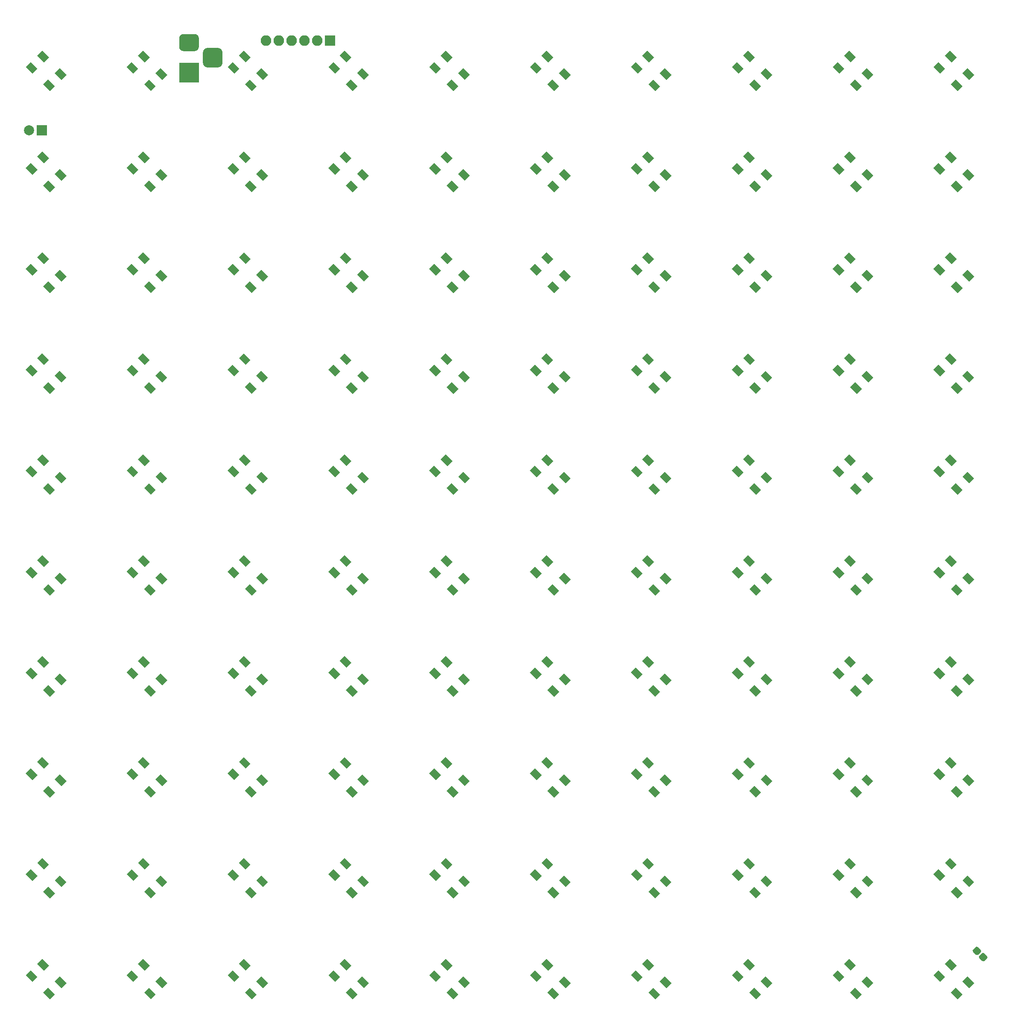
<source format=gbr>
G04 #@! TF.GenerationSoftware,KiCad,Pcbnew,5.1.6-1*
G04 #@! TF.CreationDate,2020-06-10T06:00:46+02:00*
G04 #@! TF.ProjectId,pentasquare,70656e74-6173-4717-9561-72652e6b6963,rev?*
G04 #@! TF.SameCoordinates,Original*
G04 #@! TF.FileFunction,Soldermask,Top*
G04 #@! TF.FilePolarity,Negative*
%FSLAX46Y46*%
G04 Gerber Fmt 4.6, Leading zero omitted, Abs format (unit mm)*
G04 Created by KiCad (PCBNEW 5.1.6-1) date 2020-06-10 06:00:46*
%MOMM*%
%LPD*%
G01*
G04 APERTURE LIST*
%ADD10R,3.900000X3.900000*%
%ADD11R,2.000000X2.000000*%
%ADD12C,2.000000*%
%ADD13R,2.100000X2.100000*%
%ADD14O,2.100000X2.100000*%
%ADD15C,0.100000*%
G04 APERTURE END LIST*
G36*
G01*
X208831263Y-199148560D02*
X209308560Y-198671263D01*
G75*
G02*
X209785858Y-198671263I238649J-238649D01*
G01*
X210333865Y-199219270D01*
G75*
G02*
X210333865Y-199696568I-238649J-238649D01*
G01*
X209856568Y-200173865D01*
G75*
G02*
X209379270Y-200173865I-238649J238649D01*
G01*
X208831263Y-199625858D01*
G75*
G02*
X208831263Y-199148560I238649J238649D01*
G01*
G37*
G36*
G01*
X210068699Y-200385996D02*
X210545996Y-199908699D01*
G75*
G02*
X211023294Y-199908699I238649J-238649D01*
G01*
X211571301Y-200456706D01*
G75*
G02*
X211571301Y-200934004I-238649J-238649D01*
G01*
X211094004Y-201411301D01*
G75*
G02*
X210616706Y-201411301I-238649J238649D01*
G01*
X210068699Y-200863294D01*
G75*
G02*
X210068699Y-200385996I238649J238649D01*
G01*
G37*
D10*
X53340000Y-25400000D03*
G36*
G01*
X52240000Y-17700000D02*
X54440000Y-17700000D01*
G75*
G02*
X55290000Y-18550000I0J-850000D01*
G01*
X55290000Y-20250000D01*
G75*
G02*
X54440000Y-21100000I-850000J0D01*
G01*
X52240000Y-21100000D01*
G75*
G02*
X51390000Y-20250000I0J850000D01*
G01*
X51390000Y-18550000D01*
G75*
G02*
X52240000Y-17700000I850000J0D01*
G01*
G37*
G36*
G01*
X57065000Y-20450000D02*
X59015000Y-20450000D01*
G75*
G02*
X59990000Y-21425000I0J-975000D01*
G01*
X59990000Y-23375000D01*
G75*
G02*
X59015000Y-24350000I-975000J0D01*
G01*
X57065000Y-24350000D01*
G75*
G02*
X56090000Y-23375000I0J975000D01*
G01*
X56090000Y-21425000D01*
G75*
G02*
X57065000Y-20450000I975000J0D01*
G01*
G37*
D11*
X24130000Y-36830000D03*
D12*
X21630000Y-36830000D03*
D13*
X81280000Y-19050000D03*
D14*
X78740000Y-19050000D03*
X76200000Y-19050000D03*
X73660000Y-19050000D03*
X71120000Y-19050000D03*
X68580000Y-19050000D03*
D15*
G36*
X206767767Y-208040559D02*
G01*
X205777818Y-209030508D01*
X204434315Y-207687005D01*
X205424264Y-206697056D01*
X206767767Y-208040559D01*
G37*
G36*
X209030508Y-205777818D02*
G01*
X208040559Y-206767767D01*
X206697056Y-205424264D01*
X207687005Y-204434315D01*
X209030508Y-205777818D01*
G37*
G36*
X203302944Y-204575736D02*
G01*
X202312995Y-205565685D01*
X200969492Y-204222182D01*
X201959441Y-203232233D01*
X203302944Y-204575736D01*
G37*
G36*
X205565685Y-202312995D02*
G01*
X204575736Y-203302944D01*
X203232233Y-201959441D01*
X204222182Y-200969492D01*
X205565685Y-202312995D01*
G37*
G36*
X185565685Y-202312995D02*
G01*
X184575736Y-203302944D01*
X183232233Y-201959441D01*
X184222182Y-200969492D01*
X185565685Y-202312995D01*
G37*
G36*
X183302944Y-204575736D02*
G01*
X182312995Y-205565685D01*
X180969492Y-204222182D01*
X181959441Y-203232233D01*
X183302944Y-204575736D01*
G37*
G36*
X189030508Y-205777818D02*
G01*
X188040559Y-206767767D01*
X186697056Y-205424264D01*
X187687005Y-204434315D01*
X189030508Y-205777818D01*
G37*
G36*
X186767767Y-208040559D02*
G01*
X185777818Y-209030508D01*
X184434315Y-207687005D01*
X185424264Y-206697056D01*
X186767767Y-208040559D01*
G37*
G36*
X166767767Y-208040559D02*
G01*
X165777818Y-209030508D01*
X164434315Y-207687005D01*
X165424264Y-206697056D01*
X166767767Y-208040559D01*
G37*
G36*
X169030508Y-205777818D02*
G01*
X168040559Y-206767767D01*
X166697056Y-205424264D01*
X167687005Y-204434315D01*
X169030508Y-205777818D01*
G37*
G36*
X163302944Y-204575736D02*
G01*
X162312995Y-205565685D01*
X160969492Y-204222182D01*
X161959441Y-203232233D01*
X163302944Y-204575736D01*
G37*
G36*
X165565685Y-202312995D02*
G01*
X164575736Y-203302944D01*
X163232233Y-201959441D01*
X164222182Y-200969492D01*
X165565685Y-202312995D01*
G37*
G36*
X145565685Y-202312995D02*
G01*
X144575736Y-203302944D01*
X143232233Y-201959441D01*
X144222182Y-200969492D01*
X145565685Y-202312995D01*
G37*
G36*
X143302944Y-204575736D02*
G01*
X142312995Y-205565685D01*
X140969492Y-204222182D01*
X141959441Y-203232233D01*
X143302944Y-204575736D01*
G37*
G36*
X149030508Y-205777818D02*
G01*
X148040559Y-206767767D01*
X146697056Y-205424264D01*
X147687005Y-204434315D01*
X149030508Y-205777818D01*
G37*
G36*
X146767767Y-208040559D02*
G01*
X145777818Y-209030508D01*
X144434315Y-207687005D01*
X145424264Y-206697056D01*
X146767767Y-208040559D01*
G37*
G36*
X126767767Y-208040559D02*
G01*
X125777818Y-209030508D01*
X124434315Y-207687005D01*
X125424264Y-206697056D01*
X126767767Y-208040559D01*
G37*
G36*
X129030508Y-205777818D02*
G01*
X128040559Y-206767767D01*
X126697056Y-205424264D01*
X127687005Y-204434315D01*
X129030508Y-205777818D01*
G37*
G36*
X123302944Y-204575736D02*
G01*
X122312995Y-205565685D01*
X120969492Y-204222182D01*
X121959441Y-203232233D01*
X123302944Y-204575736D01*
G37*
G36*
X125565685Y-202312995D02*
G01*
X124575736Y-203302944D01*
X123232233Y-201959441D01*
X124222182Y-200969492D01*
X125565685Y-202312995D01*
G37*
G36*
X105565685Y-202312995D02*
G01*
X104575736Y-203302944D01*
X103232233Y-201959441D01*
X104222182Y-200969492D01*
X105565685Y-202312995D01*
G37*
G36*
X103302944Y-204575736D02*
G01*
X102312995Y-205565685D01*
X100969492Y-204222182D01*
X101959441Y-203232233D01*
X103302944Y-204575736D01*
G37*
G36*
X109030508Y-205777818D02*
G01*
X108040559Y-206767767D01*
X106697056Y-205424264D01*
X107687005Y-204434315D01*
X109030508Y-205777818D01*
G37*
G36*
X106767767Y-208040559D02*
G01*
X105777818Y-209030508D01*
X104434315Y-207687005D01*
X105424264Y-206697056D01*
X106767767Y-208040559D01*
G37*
G36*
X86767767Y-208040559D02*
G01*
X85777818Y-209030508D01*
X84434315Y-207687005D01*
X85424264Y-206697056D01*
X86767767Y-208040559D01*
G37*
G36*
X89030508Y-205777818D02*
G01*
X88040559Y-206767767D01*
X86697056Y-205424264D01*
X87687005Y-204434315D01*
X89030508Y-205777818D01*
G37*
G36*
X83302944Y-204575736D02*
G01*
X82312995Y-205565685D01*
X80969492Y-204222182D01*
X81959441Y-203232233D01*
X83302944Y-204575736D01*
G37*
G36*
X85565685Y-202312995D02*
G01*
X84575736Y-203302944D01*
X83232233Y-201959441D01*
X84222182Y-200969492D01*
X85565685Y-202312995D01*
G37*
G36*
X65565685Y-202312995D02*
G01*
X64575736Y-203302944D01*
X63232233Y-201959441D01*
X64222182Y-200969492D01*
X65565685Y-202312995D01*
G37*
G36*
X63302944Y-204575736D02*
G01*
X62312995Y-205565685D01*
X60969492Y-204222182D01*
X61959441Y-203232233D01*
X63302944Y-204575736D01*
G37*
G36*
X69030508Y-205777818D02*
G01*
X68040559Y-206767767D01*
X66697056Y-205424264D01*
X67687005Y-204434315D01*
X69030508Y-205777818D01*
G37*
G36*
X66767767Y-208040559D02*
G01*
X65777818Y-209030508D01*
X64434315Y-207687005D01*
X65424264Y-206697056D01*
X66767767Y-208040559D01*
G37*
G36*
X46767767Y-208040559D02*
G01*
X45777818Y-209030508D01*
X44434315Y-207687005D01*
X45424264Y-206697056D01*
X46767767Y-208040559D01*
G37*
G36*
X49030508Y-205777818D02*
G01*
X48040559Y-206767767D01*
X46697056Y-205424264D01*
X47687005Y-204434315D01*
X49030508Y-205777818D01*
G37*
G36*
X43302944Y-204575736D02*
G01*
X42312995Y-205565685D01*
X40969492Y-204222182D01*
X41959441Y-203232233D01*
X43302944Y-204575736D01*
G37*
G36*
X45565685Y-202312995D02*
G01*
X44575736Y-203302944D01*
X43232233Y-201959441D01*
X44222182Y-200969492D01*
X45565685Y-202312995D01*
G37*
G36*
X25565685Y-202312995D02*
G01*
X24575736Y-203302944D01*
X23232233Y-201959441D01*
X24222182Y-200969492D01*
X25565685Y-202312995D01*
G37*
G36*
X23302944Y-204575736D02*
G01*
X22312995Y-205565685D01*
X20969492Y-204222182D01*
X21959441Y-203232233D01*
X23302944Y-204575736D01*
G37*
G36*
X29030508Y-205777818D02*
G01*
X28040559Y-206767767D01*
X26697056Y-205424264D01*
X27687005Y-204434315D01*
X29030508Y-205777818D01*
G37*
G36*
X26767767Y-208040559D02*
G01*
X25777818Y-209030508D01*
X24434315Y-207687005D01*
X25424264Y-206697056D01*
X26767767Y-208040559D01*
G37*
G36*
X206767767Y-188040559D02*
G01*
X205777818Y-189030508D01*
X204434315Y-187687005D01*
X205424264Y-186697056D01*
X206767767Y-188040559D01*
G37*
G36*
X209030508Y-185777818D02*
G01*
X208040559Y-186767767D01*
X206697056Y-185424264D01*
X207687005Y-184434315D01*
X209030508Y-185777818D01*
G37*
G36*
X203302944Y-184575736D02*
G01*
X202312995Y-185565685D01*
X200969492Y-184222182D01*
X201959441Y-183232233D01*
X203302944Y-184575736D01*
G37*
G36*
X205565685Y-182312995D02*
G01*
X204575736Y-183302944D01*
X203232233Y-181959441D01*
X204222182Y-180969492D01*
X205565685Y-182312995D01*
G37*
G36*
X65565685Y-142312995D02*
G01*
X64575736Y-143302944D01*
X63232233Y-141959441D01*
X64222182Y-140969492D01*
X65565685Y-142312995D01*
G37*
G36*
X63302944Y-144575736D02*
G01*
X62312995Y-145565685D01*
X60969492Y-144222182D01*
X61959441Y-143232233D01*
X63302944Y-144575736D01*
G37*
G36*
X69030508Y-145777818D02*
G01*
X68040559Y-146767767D01*
X66697056Y-145424264D01*
X67687005Y-144434315D01*
X69030508Y-145777818D01*
G37*
G36*
X66767767Y-148040559D02*
G01*
X65777818Y-149030508D01*
X64434315Y-147687005D01*
X65424264Y-146697056D01*
X66767767Y-148040559D01*
G37*
G36*
X26767767Y-128040559D02*
G01*
X25777818Y-129030508D01*
X24434315Y-127687005D01*
X25424264Y-126697056D01*
X26767767Y-128040559D01*
G37*
G36*
X29030508Y-125777818D02*
G01*
X28040559Y-126767767D01*
X26697056Y-125424264D01*
X27687005Y-124434315D01*
X29030508Y-125777818D01*
G37*
G36*
X23302944Y-124575736D02*
G01*
X22312995Y-125565685D01*
X20969492Y-124222182D01*
X21959441Y-123232233D01*
X23302944Y-124575736D01*
G37*
G36*
X25565685Y-122312995D02*
G01*
X24575736Y-123302944D01*
X23232233Y-121959441D01*
X24222182Y-120969492D01*
X25565685Y-122312995D01*
G37*
G36*
X145565685Y-182312995D02*
G01*
X144575736Y-183302944D01*
X143232233Y-181959441D01*
X144222182Y-180969492D01*
X145565685Y-182312995D01*
G37*
G36*
X143302944Y-184575736D02*
G01*
X142312995Y-185565685D01*
X140969492Y-184222182D01*
X141959441Y-183232233D01*
X143302944Y-184575736D01*
G37*
G36*
X149030508Y-185777818D02*
G01*
X148040559Y-186767767D01*
X146697056Y-185424264D01*
X147687005Y-184434315D01*
X149030508Y-185777818D01*
G37*
G36*
X146767767Y-188040559D02*
G01*
X145777818Y-189030508D01*
X144434315Y-187687005D01*
X145424264Y-186697056D01*
X146767767Y-188040559D01*
G37*
G36*
X126767767Y-188040559D02*
G01*
X125777818Y-189030508D01*
X124434315Y-187687005D01*
X125424264Y-186697056D01*
X126767767Y-188040559D01*
G37*
G36*
X129030508Y-185777818D02*
G01*
X128040559Y-186767767D01*
X126697056Y-185424264D01*
X127687005Y-184434315D01*
X129030508Y-185777818D01*
G37*
G36*
X123302944Y-184575736D02*
G01*
X122312995Y-185565685D01*
X120969492Y-184222182D01*
X121959441Y-183232233D01*
X123302944Y-184575736D01*
G37*
G36*
X125565685Y-182312995D02*
G01*
X124575736Y-183302944D01*
X123232233Y-181959441D01*
X124222182Y-180969492D01*
X125565685Y-182312995D01*
G37*
G36*
X105565685Y-182312995D02*
G01*
X104575736Y-183302944D01*
X103232233Y-181959441D01*
X104222182Y-180969492D01*
X105565685Y-182312995D01*
G37*
G36*
X103302944Y-184575736D02*
G01*
X102312995Y-185565685D01*
X100969492Y-184222182D01*
X101959441Y-183232233D01*
X103302944Y-184575736D01*
G37*
G36*
X109030508Y-185777818D02*
G01*
X108040559Y-186767767D01*
X106697056Y-185424264D01*
X107687005Y-184434315D01*
X109030508Y-185777818D01*
G37*
G36*
X106767767Y-188040559D02*
G01*
X105777818Y-189030508D01*
X104434315Y-187687005D01*
X105424264Y-186697056D01*
X106767767Y-188040559D01*
G37*
G36*
X86767767Y-188040559D02*
G01*
X85777818Y-189030508D01*
X84434315Y-187687005D01*
X85424264Y-186697056D01*
X86767767Y-188040559D01*
G37*
G36*
X89030508Y-185777818D02*
G01*
X88040559Y-186767767D01*
X86697056Y-185424264D01*
X87687005Y-184434315D01*
X89030508Y-185777818D01*
G37*
G36*
X83302944Y-184575736D02*
G01*
X82312995Y-185565685D01*
X80969492Y-184222182D01*
X81959441Y-183232233D01*
X83302944Y-184575736D01*
G37*
G36*
X85565685Y-182312995D02*
G01*
X84575736Y-183302944D01*
X83232233Y-181959441D01*
X84222182Y-180969492D01*
X85565685Y-182312995D01*
G37*
G36*
X65565685Y-182312995D02*
G01*
X64575736Y-183302944D01*
X63232233Y-181959441D01*
X64222182Y-180969492D01*
X65565685Y-182312995D01*
G37*
G36*
X63302944Y-184575736D02*
G01*
X62312995Y-185565685D01*
X60969492Y-184222182D01*
X61959441Y-183232233D01*
X63302944Y-184575736D01*
G37*
G36*
X69030508Y-185777818D02*
G01*
X68040559Y-186767767D01*
X66697056Y-185424264D01*
X67687005Y-184434315D01*
X69030508Y-185777818D01*
G37*
G36*
X66767767Y-188040559D02*
G01*
X65777818Y-189030508D01*
X64434315Y-187687005D01*
X65424264Y-186697056D01*
X66767767Y-188040559D01*
G37*
G36*
X46767767Y-188040559D02*
G01*
X45777818Y-189030508D01*
X44434315Y-187687005D01*
X45424264Y-186697056D01*
X46767767Y-188040559D01*
G37*
G36*
X49030508Y-185777818D02*
G01*
X48040559Y-186767767D01*
X46697056Y-185424264D01*
X47687005Y-184434315D01*
X49030508Y-185777818D01*
G37*
G36*
X43302944Y-184575736D02*
G01*
X42312995Y-185565685D01*
X40969492Y-184222182D01*
X41959441Y-183232233D01*
X43302944Y-184575736D01*
G37*
G36*
X45565685Y-182312995D02*
G01*
X44575736Y-183302944D01*
X43232233Y-181959441D01*
X44222182Y-180969492D01*
X45565685Y-182312995D01*
G37*
G36*
X25565685Y-182312995D02*
G01*
X24575736Y-183302944D01*
X23232233Y-181959441D01*
X24222182Y-180969492D01*
X25565685Y-182312995D01*
G37*
G36*
X23302944Y-184575736D02*
G01*
X22312995Y-185565685D01*
X20969492Y-184222182D01*
X21959441Y-183232233D01*
X23302944Y-184575736D01*
G37*
G36*
X29030508Y-185777818D02*
G01*
X28040559Y-186767767D01*
X26697056Y-185424264D01*
X27687005Y-184434315D01*
X29030508Y-185777818D01*
G37*
G36*
X26767767Y-188040559D02*
G01*
X25777818Y-189030508D01*
X24434315Y-187687005D01*
X25424264Y-186697056D01*
X26767767Y-188040559D01*
G37*
G36*
X206767767Y-168040559D02*
G01*
X205777818Y-169030508D01*
X204434315Y-167687005D01*
X205424264Y-166697056D01*
X206767767Y-168040559D01*
G37*
G36*
X209030508Y-165777818D02*
G01*
X208040559Y-166767767D01*
X206697056Y-165424264D01*
X207687005Y-164434315D01*
X209030508Y-165777818D01*
G37*
G36*
X203302944Y-164575736D02*
G01*
X202312995Y-165565685D01*
X200969492Y-164222182D01*
X201959441Y-163232233D01*
X203302944Y-164575736D01*
G37*
G36*
X205565685Y-162312995D02*
G01*
X204575736Y-163302944D01*
X203232233Y-161959441D01*
X204222182Y-160969492D01*
X205565685Y-162312995D01*
G37*
G36*
X185565685Y-162312995D02*
G01*
X184575736Y-163302944D01*
X183232233Y-161959441D01*
X184222182Y-160969492D01*
X185565685Y-162312995D01*
G37*
G36*
X183302944Y-164575736D02*
G01*
X182312995Y-165565685D01*
X180969492Y-164222182D01*
X181959441Y-163232233D01*
X183302944Y-164575736D01*
G37*
G36*
X189030508Y-165777818D02*
G01*
X188040559Y-166767767D01*
X186697056Y-165424264D01*
X187687005Y-164434315D01*
X189030508Y-165777818D01*
G37*
G36*
X186767767Y-168040559D02*
G01*
X185777818Y-169030508D01*
X184434315Y-167687005D01*
X185424264Y-166697056D01*
X186767767Y-168040559D01*
G37*
G36*
X166767767Y-168040559D02*
G01*
X165777818Y-169030508D01*
X164434315Y-167687005D01*
X165424264Y-166697056D01*
X166767767Y-168040559D01*
G37*
G36*
X169030508Y-165777818D02*
G01*
X168040559Y-166767767D01*
X166697056Y-165424264D01*
X167687005Y-164434315D01*
X169030508Y-165777818D01*
G37*
G36*
X163302944Y-164575736D02*
G01*
X162312995Y-165565685D01*
X160969492Y-164222182D01*
X161959441Y-163232233D01*
X163302944Y-164575736D01*
G37*
G36*
X165565685Y-162312995D02*
G01*
X164575736Y-163302944D01*
X163232233Y-161959441D01*
X164222182Y-160969492D01*
X165565685Y-162312995D01*
G37*
G36*
X145565685Y-162312995D02*
G01*
X144575736Y-163302944D01*
X143232233Y-161959441D01*
X144222182Y-160969492D01*
X145565685Y-162312995D01*
G37*
G36*
X143302944Y-164575736D02*
G01*
X142312995Y-165565685D01*
X140969492Y-164222182D01*
X141959441Y-163232233D01*
X143302944Y-164575736D01*
G37*
G36*
X149030508Y-165777818D02*
G01*
X148040559Y-166767767D01*
X146697056Y-165424264D01*
X147687005Y-164434315D01*
X149030508Y-165777818D01*
G37*
G36*
X146767767Y-168040559D02*
G01*
X145777818Y-169030508D01*
X144434315Y-167687005D01*
X145424264Y-166697056D01*
X146767767Y-168040559D01*
G37*
G36*
X186767767Y-188040559D02*
G01*
X185777818Y-189030508D01*
X184434315Y-187687005D01*
X185424264Y-186697056D01*
X186767767Y-188040559D01*
G37*
G36*
X189030508Y-185777818D02*
G01*
X188040559Y-186767767D01*
X186697056Y-185424264D01*
X187687005Y-184434315D01*
X189030508Y-185777818D01*
G37*
G36*
X183302944Y-184575736D02*
G01*
X182312995Y-185565685D01*
X180969492Y-184222182D01*
X181959441Y-183232233D01*
X183302944Y-184575736D01*
G37*
G36*
X185565685Y-182312995D02*
G01*
X184575736Y-183302944D01*
X183232233Y-181959441D01*
X184222182Y-180969492D01*
X185565685Y-182312995D01*
G37*
G36*
X105565685Y-162312995D02*
G01*
X104575736Y-163302944D01*
X103232233Y-161959441D01*
X104222182Y-160969492D01*
X105565685Y-162312995D01*
G37*
G36*
X103302944Y-164575736D02*
G01*
X102312995Y-165565685D01*
X100969492Y-164222182D01*
X101959441Y-163232233D01*
X103302944Y-164575736D01*
G37*
G36*
X109030508Y-165777818D02*
G01*
X108040559Y-166767767D01*
X106697056Y-165424264D01*
X107687005Y-164434315D01*
X109030508Y-165777818D01*
G37*
G36*
X106767767Y-168040559D02*
G01*
X105777818Y-169030508D01*
X104434315Y-167687005D01*
X105424264Y-166697056D01*
X106767767Y-168040559D01*
G37*
G36*
X86767767Y-168040559D02*
G01*
X85777818Y-169030508D01*
X84434315Y-167687005D01*
X85424264Y-166697056D01*
X86767767Y-168040559D01*
G37*
G36*
X89030508Y-165777818D02*
G01*
X88040559Y-166767767D01*
X86697056Y-165424264D01*
X87687005Y-164434315D01*
X89030508Y-165777818D01*
G37*
G36*
X83302944Y-164575736D02*
G01*
X82312995Y-165565685D01*
X80969492Y-164222182D01*
X81959441Y-163232233D01*
X83302944Y-164575736D01*
G37*
G36*
X85565685Y-162312995D02*
G01*
X84575736Y-163302944D01*
X83232233Y-161959441D01*
X84222182Y-160969492D01*
X85565685Y-162312995D01*
G37*
G36*
X65565685Y-162312995D02*
G01*
X64575736Y-163302944D01*
X63232233Y-161959441D01*
X64222182Y-160969492D01*
X65565685Y-162312995D01*
G37*
G36*
X63302944Y-164575736D02*
G01*
X62312995Y-165565685D01*
X60969492Y-164222182D01*
X61959441Y-163232233D01*
X63302944Y-164575736D01*
G37*
G36*
X69030508Y-165777818D02*
G01*
X68040559Y-166767767D01*
X66697056Y-165424264D01*
X67687005Y-164434315D01*
X69030508Y-165777818D01*
G37*
G36*
X66767767Y-168040559D02*
G01*
X65777818Y-169030508D01*
X64434315Y-167687005D01*
X65424264Y-166697056D01*
X66767767Y-168040559D01*
G37*
G36*
X46767767Y-168040559D02*
G01*
X45777818Y-169030508D01*
X44434315Y-167687005D01*
X45424264Y-166697056D01*
X46767767Y-168040559D01*
G37*
G36*
X49030508Y-165777818D02*
G01*
X48040559Y-166767767D01*
X46697056Y-165424264D01*
X47687005Y-164434315D01*
X49030508Y-165777818D01*
G37*
G36*
X43302944Y-164575736D02*
G01*
X42312995Y-165565685D01*
X40969492Y-164222182D01*
X41959441Y-163232233D01*
X43302944Y-164575736D01*
G37*
G36*
X45565685Y-162312995D02*
G01*
X44575736Y-163302944D01*
X43232233Y-161959441D01*
X44222182Y-160969492D01*
X45565685Y-162312995D01*
G37*
G36*
X25565685Y-162312995D02*
G01*
X24575736Y-163302944D01*
X23232233Y-161959441D01*
X24222182Y-160969492D01*
X25565685Y-162312995D01*
G37*
G36*
X23302944Y-164575736D02*
G01*
X22312995Y-165565685D01*
X20969492Y-164222182D01*
X21959441Y-163232233D01*
X23302944Y-164575736D01*
G37*
G36*
X29030508Y-165777818D02*
G01*
X28040559Y-166767767D01*
X26697056Y-165424264D01*
X27687005Y-164434315D01*
X29030508Y-165777818D01*
G37*
G36*
X26767767Y-168040559D02*
G01*
X25777818Y-169030508D01*
X24434315Y-167687005D01*
X25424264Y-166697056D01*
X26767767Y-168040559D01*
G37*
G36*
X206767767Y-148040559D02*
G01*
X205777818Y-149030508D01*
X204434315Y-147687005D01*
X205424264Y-146697056D01*
X206767767Y-148040559D01*
G37*
G36*
X209030508Y-145777818D02*
G01*
X208040559Y-146767767D01*
X206697056Y-145424264D01*
X207687005Y-144434315D01*
X209030508Y-145777818D01*
G37*
G36*
X203302944Y-144575736D02*
G01*
X202312995Y-145565685D01*
X200969492Y-144222182D01*
X201959441Y-143232233D01*
X203302944Y-144575736D01*
G37*
G36*
X205565685Y-142312995D02*
G01*
X204575736Y-143302944D01*
X203232233Y-141959441D01*
X204222182Y-140969492D01*
X205565685Y-142312995D01*
G37*
G36*
X185565685Y-142312995D02*
G01*
X184575736Y-143302944D01*
X183232233Y-141959441D01*
X184222182Y-140969492D01*
X185565685Y-142312995D01*
G37*
G36*
X183302944Y-144575736D02*
G01*
X182312995Y-145565685D01*
X180969492Y-144222182D01*
X181959441Y-143232233D01*
X183302944Y-144575736D01*
G37*
G36*
X189030508Y-145777818D02*
G01*
X188040559Y-146767767D01*
X186697056Y-145424264D01*
X187687005Y-144434315D01*
X189030508Y-145777818D01*
G37*
G36*
X186767767Y-148040559D02*
G01*
X185777818Y-149030508D01*
X184434315Y-147687005D01*
X185424264Y-146697056D01*
X186767767Y-148040559D01*
G37*
G36*
X166767767Y-148040559D02*
G01*
X165777818Y-149030508D01*
X164434315Y-147687005D01*
X165424264Y-146697056D01*
X166767767Y-148040559D01*
G37*
G36*
X169030508Y-145777818D02*
G01*
X168040559Y-146767767D01*
X166697056Y-145424264D01*
X167687005Y-144434315D01*
X169030508Y-145777818D01*
G37*
G36*
X163302944Y-144575736D02*
G01*
X162312995Y-145565685D01*
X160969492Y-144222182D01*
X161959441Y-143232233D01*
X163302944Y-144575736D01*
G37*
G36*
X165565685Y-142312995D02*
G01*
X164575736Y-143302944D01*
X163232233Y-141959441D01*
X164222182Y-140969492D01*
X165565685Y-142312995D01*
G37*
G36*
X145565685Y-142312995D02*
G01*
X144575736Y-143302944D01*
X143232233Y-141959441D01*
X144222182Y-140969492D01*
X145565685Y-142312995D01*
G37*
G36*
X143302944Y-144575736D02*
G01*
X142312995Y-145565685D01*
X140969492Y-144222182D01*
X141959441Y-143232233D01*
X143302944Y-144575736D01*
G37*
G36*
X149030508Y-145777818D02*
G01*
X148040559Y-146767767D01*
X146697056Y-145424264D01*
X147687005Y-144434315D01*
X149030508Y-145777818D01*
G37*
G36*
X146767767Y-148040559D02*
G01*
X145777818Y-149030508D01*
X144434315Y-147687005D01*
X145424264Y-146697056D01*
X146767767Y-148040559D01*
G37*
G36*
X126767767Y-148040559D02*
G01*
X125777818Y-149030508D01*
X124434315Y-147687005D01*
X125424264Y-146697056D01*
X126767767Y-148040559D01*
G37*
G36*
X129030508Y-145777818D02*
G01*
X128040559Y-146767767D01*
X126697056Y-145424264D01*
X127687005Y-144434315D01*
X129030508Y-145777818D01*
G37*
G36*
X123302944Y-144575736D02*
G01*
X122312995Y-145565685D01*
X120969492Y-144222182D01*
X121959441Y-143232233D01*
X123302944Y-144575736D01*
G37*
G36*
X125565685Y-142312995D02*
G01*
X124575736Y-143302944D01*
X123232233Y-141959441D01*
X124222182Y-140969492D01*
X125565685Y-142312995D01*
G37*
G36*
X105565685Y-142312995D02*
G01*
X104575736Y-143302944D01*
X103232233Y-141959441D01*
X104222182Y-140969492D01*
X105565685Y-142312995D01*
G37*
G36*
X103302944Y-144575736D02*
G01*
X102312995Y-145565685D01*
X100969492Y-144222182D01*
X101959441Y-143232233D01*
X103302944Y-144575736D01*
G37*
G36*
X109030508Y-145777818D02*
G01*
X108040559Y-146767767D01*
X106697056Y-145424264D01*
X107687005Y-144434315D01*
X109030508Y-145777818D01*
G37*
G36*
X106767767Y-148040559D02*
G01*
X105777818Y-149030508D01*
X104434315Y-147687005D01*
X105424264Y-146697056D01*
X106767767Y-148040559D01*
G37*
G36*
X166767767Y-188040559D02*
G01*
X165777818Y-189030508D01*
X164434315Y-187687005D01*
X165424264Y-186697056D01*
X166767767Y-188040559D01*
G37*
G36*
X169030508Y-185777818D02*
G01*
X168040559Y-186767767D01*
X166697056Y-185424264D01*
X167687005Y-184434315D01*
X169030508Y-185777818D01*
G37*
G36*
X163302944Y-184575736D02*
G01*
X162312995Y-185565685D01*
X160969492Y-184222182D01*
X161959441Y-183232233D01*
X163302944Y-184575736D01*
G37*
G36*
X165565685Y-182312995D02*
G01*
X164575736Y-183302944D01*
X163232233Y-181959441D01*
X164222182Y-180969492D01*
X165565685Y-182312995D01*
G37*
G36*
X125565685Y-162312995D02*
G01*
X124575736Y-163302944D01*
X123232233Y-161959441D01*
X124222182Y-160969492D01*
X125565685Y-162312995D01*
G37*
G36*
X123302944Y-164575736D02*
G01*
X122312995Y-165565685D01*
X120969492Y-164222182D01*
X121959441Y-163232233D01*
X123302944Y-164575736D01*
G37*
G36*
X129030508Y-165777818D02*
G01*
X128040559Y-166767767D01*
X126697056Y-165424264D01*
X127687005Y-164434315D01*
X129030508Y-165777818D01*
G37*
G36*
X126767767Y-168040559D02*
G01*
X125777818Y-169030508D01*
X124434315Y-167687005D01*
X125424264Y-166697056D01*
X126767767Y-168040559D01*
G37*
G36*
X46767767Y-148040559D02*
G01*
X45777818Y-149030508D01*
X44434315Y-147687005D01*
X45424264Y-146697056D01*
X46767767Y-148040559D01*
G37*
G36*
X49030508Y-145777818D02*
G01*
X48040559Y-146767767D01*
X46697056Y-145424264D01*
X47687005Y-144434315D01*
X49030508Y-145777818D01*
G37*
G36*
X43302944Y-144575736D02*
G01*
X42312995Y-145565685D01*
X40969492Y-144222182D01*
X41959441Y-143232233D01*
X43302944Y-144575736D01*
G37*
G36*
X45565685Y-142312995D02*
G01*
X44575736Y-143302944D01*
X43232233Y-141959441D01*
X44222182Y-140969492D01*
X45565685Y-142312995D01*
G37*
G36*
X25565685Y-142312995D02*
G01*
X24575736Y-143302944D01*
X23232233Y-141959441D01*
X24222182Y-140969492D01*
X25565685Y-142312995D01*
G37*
G36*
X23302944Y-144575736D02*
G01*
X22312995Y-145565685D01*
X20969492Y-144222182D01*
X21959441Y-143232233D01*
X23302944Y-144575736D01*
G37*
G36*
X29030508Y-145777818D02*
G01*
X28040559Y-146767767D01*
X26697056Y-145424264D01*
X27687005Y-144434315D01*
X29030508Y-145777818D01*
G37*
G36*
X26767767Y-148040559D02*
G01*
X25777818Y-149030508D01*
X24434315Y-147687005D01*
X25424264Y-146697056D01*
X26767767Y-148040559D01*
G37*
G36*
X206767767Y-128040559D02*
G01*
X205777818Y-129030508D01*
X204434315Y-127687005D01*
X205424264Y-126697056D01*
X206767767Y-128040559D01*
G37*
G36*
X209030508Y-125777818D02*
G01*
X208040559Y-126767767D01*
X206697056Y-125424264D01*
X207687005Y-124434315D01*
X209030508Y-125777818D01*
G37*
G36*
X203302944Y-124575736D02*
G01*
X202312995Y-125565685D01*
X200969492Y-124222182D01*
X201959441Y-123232233D01*
X203302944Y-124575736D01*
G37*
G36*
X205565685Y-122312995D02*
G01*
X204575736Y-123302944D01*
X203232233Y-121959441D01*
X204222182Y-120969492D01*
X205565685Y-122312995D01*
G37*
G36*
X185565685Y-122312995D02*
G01*
X184575736Y-123302944D01*
X183232233Y-121959441D01*
X184222182Y-120969492D01*
X185565685Y-122312995D01*
G37*
G36*
X183302944Y-124575736D02*
G01*
X182312995Y-125565685D01*
X180969492Y-124222182D01*
X181959441Y-123232233D01*
X183302944Y-124575736D01*
G37*
G36*
X189030508Y-125777818D02*
G01*
X188040559Y-126767767D01*
X186697056Y-125424264D01*
X187687005Y-124434315D01*
X189030508Y-125777818D01*
G37*
G36*
X186767767Y-128040559D02*
G01*
X185777818Y-129030508D01*
X184434315Y-127687005D01*
X185424264Y-126697056D01*
X186767767Y-128040559D01*
G37*
G36*
X166767767Y-128040559D02*
G01*
X165777818Y-129030508D01*
X164434315Y-127687005D01*
X165424264Y-126697056D01*
X166767767Y-128040559D01*
G37*
G36*
X169030508Y-125777818D02*
G01*
X168040559Y-126767767D01*
X166697056Y-125424264D01*
X167687005Y-124434315D01*
X169030508Y-125777818D01*
G37*
G36*
X163302944Y-124575736D02*
G01*
X162312995Y-125565685D01*
X160969492Y-124222182D01*
X161959441Y-123232233D01*
X163302944Y-124575736D01*
G37*
G36*
X165565685Y-122312995D02*
G01*
X164575736Y-123302944D01*
X163232233Y-121959441D01*
X164222182Y-120969492D01*
X165565685Y-122312995D01*
G37*
G36*
X145565685Y-122312995D02*
G01*
X144575736Y-123302944D01*
X143232233Y-121959441D01*
X144222182Y-120969492D01*
X145565685Y-122312995D01*
G37*
G36*
X143302944Y-124575736D02*
G01*
X142312995Y-125565685D01*
X140969492Y-124222182D01*
X141959441Y-123232233D01*
X143302944Y-124575736D01*
G37*
G36*
X149030508Y-125777818D02*
G01*
X148040559Y-126767767D01*
X146697056Y-125424264D01*
X147687005Y-124434315D01*
X149030508Y-125777818D01*
G37*
G36*
X146767767Y-128040559D02*
G01*
X145777818Y-129030508D01*
X144434315Y-127687005D01*
X145424264Y-126697056D01*
X146767767Y-128040559D01*
G37*
G36*
X126767767Y-128040559D02*
G01*
X125777818Y-129030508D01*
X124434315Y-127687005D01*
X125424264Y-126697056D01*
X126767767Y-128040559D01*
G37*
G36*
X129030508Y-125777818D02*
G01*
X128040559Y-126767767D01*
X126697056Y-125424264D01*
X127687005Y-124434315D01*
X129030508Y-125777818D01*
G37*
G36*
X123302944Y-124575736D02*
G01*
X122312995Y-125565685D01*
X120969492Y-124222182D01*
X121959441Y-123232233D01*
X123302944Y-124575736D01*
G37*
G36*
X125565685Y-122312995D02*
G01*
X124575736Y-123302944D01*
X123232233Y-121959441D01*
X124222182Y-120969492D01*
X125565685Y-122312995D01*
G37*
G36*
X105565685Y-122312995D02*
G01*
X104575736Y-123302944D01*
X103232233Y-121959441D01*
X104222182Y-120969492D01*
X105565685Y-122312995D01*
G37*
G36*
X103302944Y-124575736D02*
G01*
X102312995Y-125565685D01*
X100969492Y-124222182D01*
X101959441Y-123232233D01*
X103302944Y-124575736D01*
G37*
G36*
X109030508Y-125777818D02*
G01*
X108040559Y-126767767D01*
X106697056Y-125424264D01*
X107687005Y-124434315D01*
X109030508Y-125777818D01*
G37*
G36*
X106767767Y-128040559D02*
G01*
X105777818Y-129030508D01*
X104434315Y-127687005D01*
X105424264Y-126697056D01*
X106767767Y-128040559D01*
G37*
G36*
X86767767Y-128040559D02*
G01*
X85777818Y-129030508D01*
X84434315Y-127687005D01*
X85424264Y-126697056D01*
X86767767Y-128040559D01*
G37*
G36*
X89030508Y-125777818D02*
G01*
X88040559Y-126767767D01*
X86697056Y-125424264D01*
X87687005Y-124434315D01*
X89030508Y-125777818D01*
G37*
G36*
X83302944Y-124575736D02*
G01*
X82312995Y-125565685D01*
X80969492Y-124222182D01*
X81959441Y-123232233D01*
X83302944Y-124575736D01*
G37*
G36*
X85565685Y-122312995D02*
G01*
X84575736Y-123302944D01*
X83232233Y-121959441D01*
X84222182Y-120969492D01*
X85565685Y-122312995D01*
G37*
G36*
X65565685Y-122312995D02*
G01*
X64575736Y-123302944D01*
X63232233Y-121959441D01*
X64222182Y-120969492D01*
X65565685Y-122312995D01*
G37*
G36*
X63302944Y-124575736D02*
G01*
X62312995Y-125565685D01*
X60969492Y-124222182D01*
X61959441Y-123232233D01*
X63302944Y-124575736D01*
G37*
G36*
X69030508Y-125777818D02*
G01*
X68040559Y-126767767D01*
X66697056Y-125424264D01*
X67687005Y-124434315D01*
X69030508Y-125777818D01*
G37*
G36*
X66767767Y-128040559D02*
G01*
X65777818Y-129030508D01*
X64434315Y-127687005D01*
X65424264Y-126697056D01*
X66767767Y-128040559D01*
G37*
G36*
X46767767Y-128040559D02*
G01*
X45777818Y-129030508D01*
X44434315Y-127687005D01*
X45424264Y-126697056D01*
X46767767Y-128040559D01*
G37*
G36*
X49030508Y-125777818D02*
G01*
X48040559Y-126767767D01*
X46697056Y-125424264D01*
X47687005Y-124434315D01*
X49030508Y-125777818D01*
G37*
G36*
X43302944Y-124575736D02*
G01*
X42312995Y-125565685D01*
X40969492Y-124222182D01*
X41959441Y-123232233D01*
X43302944Y-124575736D01*
G37*
G36*
X45565685Y-122312995D02*
G01*
X44575736Y-123302944D01*
X43232233Y-121959441D01*
X44222182Y-120969492D01*
X45565685Y-122312995D01*
G37*
G36*
X85565685Y-142312995D02*
G01*
X84575736Y-143302944D01*
X83232233Y-141959441D01*
X84222182Y-140969492D01*
X85565685Y-142312995D01*
G37*
G36*
X83302944Y-144575736D02*
G01*
X82312995Y-145565685D01*
X80969492Y-144222182D01*
X81959441Y-143232233D01*
X83302944Y-144575736D01*
G37*
G36*
X89030508Y-145777818D02*
G01*
X88040559Y-146767767D01*
X86697056Y-145424264D01*
X87687005Y-144434315D01*
X89030508Y-145777818D01*
G37*
G36*
X86767767Y-148040559D02*
G01*
X85777818Y-149030508D01*
X84434315Y-147687005D01*
X85424264Y-146697056D01*
X86767767Y-148040559D01*
G37*
G36*
X206767767Y-108040559D02*
G01*
X205777818Y-109030508D01*
X204434315Y-107687005D01*
X205424264Y-106697056D01*
X206767767Y-108040559D01*
G37*
G36*
X209030508Y-105777818D02*
G01*
X208040559Y-106767767D01*
X206697056Y-105424264D01*
X207687005Y-104434315D01*
X209030508Y-105777818D01*
G37*
G36*
X203302944Y-104575736D02*
G01*
X202312995Y-105565685D01*
X200969492Y-104222182D01*
X201959441Y-103232233D01*
X203302944Y-104575736D01*
G37*
G36*
X205565685Y-102312995D02*
G01*
X204575736Y-103302944D01*
X203232233Y-101959441D01*
X204222182Y-100969492D01*
X205565685Y-102312995D01*
G37*
G36*
X185565685Y-102312995D02*
G01*
X184575736Y-103302944D01*
X183232233Y-101959441D01*
X184222182Y-100969492D01*
X185565685Y-102312995D01*
G37*
G36*
X183302944Y-104575736D02*
G01*
X182312995Y-105565685D01*
X180969492Y-104222182D01*
X181959441Y-103232233D01*
X183302944Y-104575736D01*
G37*
G36*
X189030508Y-105777818D02*
G01*
X188040559Y-106767767D01*
X186697056Y-105424264D01*
X187687005Y-104434315D01*
X189030508Y-105777818D01*
G37*
G36*
X186767767Y-108040559D02*
G01*
X185777818Y-109030508D01*
X184434315Y-107687005D01*
X185424264Y-106697056D01*
X186767767Y-108040559D01*
G37*
G36*
X166767767Y-108040559D02*
G01*
X165777818Y-109030508D01*
X164434315Y-107687005D01*
X165424264Y-106697056D01*
X166767767Y-108040559D01*
G37*
G36*
X169030508Y-105777818D02*
G01*
X168040559Y-106767767D01*
X166697056Y-105424264D01*
X167687005Y-104434315D01*
X169030508Y-105777818D01*
G37*
G36*
X163302944Y-104575736D02*
G01*
X162312995Y-105565685D01*
X160969492Y-104222182D01*
X161959441Y-103232233D01*
X163302944Y-104575736D01*
G37*
G36*
X165565685Y-102312995D02*
G01*
X164575736Y-103302944D01*
X163232233Y-101959441D01*
X164222182Y-100969492D01*
X165565685Y-102312995D01*
G37*
G36*
X145565685Y-102312995D02*
G01*
X144575736Y-103302944D01*
X143232233Y-101959441D01*
X144222182Y-100969492D01*
X145565685Y-102312995D01*
G37*
G36*
X143302944Y-104575736D02*
G01*
X142312995Y-105565685D01*
X140969492Y-104222182D01*
X141959441Y-103232233D01*
X143302944Y-104575736D01*
G37*
G36*
X149030508Y-105777818D02*
G01*
X148040559Y-106767767D01*
X146697056Y-105424264D01*
X147687005Y-104434315D01*
X149030508Y-105777818D01*
G37*
G36*
X146767767Y-108040559D02*
G01*
X145777818Y-109030508D01*
X144434315Y-107687005D01*
X145424264Y-106697056D01*
X146767767Y-108040559D01*
G37*
G36*
X126767767Y-108040559D02*
G01*
X125777818Y-109030508D01*
X124434315Y-107687005D01*
X125424264Y-106697056D01*
X126767767Y-108040559D01*
G37*
G36*
X129030508Y-105777818D02*
G01*
X128040559Y-106767767D01*
X126697056Y-105424264D01*
X127687005Y-104434315D01*
X129030508Y-105777818D01*
G37*
G36*
X123302944Y-104575736D02*
G01*
X122312995Y-105565685D01*
X120969492Y-104222182D01*
X121959441Y-103232233D01*
X123302944Y-104575736D01*
G37*
G36*
X125565685Y-102312995D02*
G01*
X124575736Y-103302944D01*
X123232233Y-101959441D01*
X124222182Y-100969492D01*
X125565685Y-102312995D01*
G37*
G36*
X105565685Y-102312995D02*
G01*
X104575736Y-103302944D01*
X103232233Y-101959441D01*
X104222182Y-100969492D01*
X105565685Y-102312995D01*
G37*
G36*
X103302944Y-104575736D02*
G01*
X102312995Y-105565685D01*
X100969492Y-104222182D01*
X101959441Y-103232233D01*
X103302944Y-104575736D01*
G37*
G36*
X109030508Y-105777818D02*
G01*
X108040559Y-106767767D01*
X106697056Y-105424264D01*
X107687005Y-104434315D01*
X109030508Y-105777818D01*
G37*
G36*
X106767767Y-108040559D02*
G01*
X105777818Y-109030508D01*
X104434315Y-107687005D01*
X105424264Y-106697056D01*
X106767767Y-108040559D01*
G37*
G36*
X86767767Y-108040559D02*
G01*
X85777818Y-109030508D01*
X84434315Y-107687005D01*
X85424264Y-106697056D01*
X86767767Y-108040559D01*
G37*
G36*
X89030508Y-105777818D02*
G01*
X88040559Y-106767767D01*
X86697056Y-105424264D01*
X87687005Y-104434315D01*
X89030508Y-105777818D01*
G37*
G36*
X83302944Y-104575736D02*
G01*
X82312995Y-105565685D01*
X80969492Y-104222182D01*
X81959441Y-103232233D01*
X83302944Y-104575736D01*
G37*
G36*
X85565685Y-102312995D02*
G01*
X84575736Y-103302944D01*
X83232233Y-101959441D01*
X84222182Y-100969492D01*
X85565685Y-102312995D01*
G37*
G36*
X65565685Y-102312995D02*
G01*
X64575736Y-103302944D01*
X63232233Y-101959441D01*
X64222182Y-100969492D01*
X65565685Y-102312995D01*
G37*
G36*
X63302944Y-104575736D02*
G01*
X62312995Y-105565685D01*
X60969492Y-104222182D01*
X61959441Y-103232233D01*
X63302944Y-104575736D01*
G37*
G36*
X69030508Y-105777818D02*
G01*
X68040559Y-106767767D01*
X66697056Y-105424264D01*
X67687005Y-104434315D01*
X69030508Y-105777818D01*
G37*
G36*
X66767767Y-108040559D02*
G01*
X65777818Y-109030508D01*
X64434315Y-107687005D01*
X65424264Y-106697056D01*
X66767767Y-108040559D01*
G37*
G36*
X46767767Y-108040559D02*
G01*
X45777818Y-109030508D01*
X44434315Y-107687005D01*
X45424264Y-106697056D01*
X46767767Y-108040559D01*
G37*
G36*
X49030508Y-105777818D02*
G01*
X48040559Y-106767767D01*
X46697056Y-105424264D01*
X47687005Y-104434315D01*
X49030508Y-105777818D01*
G37*
G36*
X43302944Y-104575736D02*
G01*
X42312995Y-105565685D01*
X40969492Y-104222182D01*
X41959441Y-103232233D01*
X43302944Y-104575736D01*
G37*
G36*
X45565685Y-102312995D02*
G01*
X44575736Y-103302944D01*
X43232233Y-101959441D01*
X44222182Y-100969492D01*
X45565685Y-102312995D01*
G37*
G36*
X25565685Y-102312995D02*
G01*
X24575736Y-103302944D01*
X23232233Y-101959441D01*
X24222182Y-100969492D01*
X25565685Y-102312995D01*
G37*
G36*
X23302944Y-104575736D02*
G01*
X22312995Y-105565685D01*
X20969492Y-104222182D01*
X21959441Y-103232233D01*
X23302944Y-104575736D01*
G37*
G36*
X29030508Y-105777818D02*
G01*
X28040559Y-106767767D01*
X26697056Y-105424264D01*
X27687005Y-104434315D01*
X29030508Y-105777818D01*
G37*
G36*
X26767767Y-108040559D02*
G01*
X25777818Y-109030508D01*
X24434315Y-107687005D01*
X25424264Y-106697056D01*
X26767767Y-108040559D01*
G37*
G36*
X206767767Y-88040559D02*
G01*
X205777818Y-89030508D01*
X204434315Y-87687005D01*
X205424264Y-86697056D01*
X206767767Y-88040559D01*
G37*
G36*
X209030508Y-85777818D02*
G01*
X208040559Y-86767767D01*
X206697056Y-85424264D01*
X207687005Y-84434315D01*
X209030508Y-85777818D01*
G37*
G36*
X203302944Y-84575736D02*
G01*
X202312995Y-85565685D01*
X200969492Y-84222182D01*
X201959441Y-83232233D01*
X203302944Y-84575736D01*
G37*
G36*
X205565685Y-82312995D02*
G01*
X204575736Y-83302944D01*
X203232233Y-81959441D01*
X204222182Y-80969492D01*
X205565685Y-82312995D01*
G37*
G36*
X65565685Y-42312995D02*
G01*
X64575736Y-43302944D01*
X63232233Y-41959441D01*
X64222182Y-40969492D01*
X65565685Y-42312995D01*
G37*
G36*
X63302944Y-44575736D02*
G01*
X62312995Y-45565685D01*
X60969492Y-44222182D01*
X61959441Y-43232233D01*
X63302944Y-44575736D01*
G37*
G36*
X69030508Y-45777818D02*
G01*
X68040559Y-46767767D01*
X66697056Y-45424264D01*
X67687005Y-44434315D01*
X69030508Y-45777818D01*
G37*
G36*
X66767767Y-48040559D02*
G01*
X65777818Y-49030508D01*
X64434315Y-47687005D01*
X65424264Y-46697056D01*
X66767767Y-48040559D01*
G37*
G36*
X26767767Y-28040559D02*
G01*
X25777818Y-29030508D01*
X24434315Y-27687005D01*
X25424264Y-26697056D01*
X26767767Y-28040559D01*
G37*
G36*
X29030508Y-25777818D02*
G01*
X28040559Y-26767767D01*
X26697056Y-25424264D01*
X27687005Y-24434315D01*
X29030508Y-25777818D01*
G37*
G36*
X23302944Y-24575736D02*
G01*
X22312995Y-25565685D01*
X20969492Y-24222182D01*
X21959441Y-23232233D01*
X23302944Y-24575736D01*
G37*
G36*
X25565685Y-22312995D02*
G01*
X24575736Y-23302944D01*
X23232233Y-21959441D01*
X24222182Y-20969492D01*
X25565685Y-22312995D01*
G37*
G36*
X145565685Y-82312995D02*
G01*
X144575736Y-83302944D01*
X143232233Y-81959441D01*
X144222182Y-80969492D01*
X145565685Y-82312995D01*
G37*
G36*
X143302944Y-84575736D02*
G01*
X142312995Y-85565685D01*
X140969492Y-84222182D01*
X141959441Y-83232233D01*
X143302944Y-84575736D01*
G37*
G36*
X149030508Y-85777818D02*
G01*
X148040559Y-86767767D01*
X146697056Y-85424264D01*
X147687005Y-84434315D01*
X149030508Y-85777818D01*
G37*
G36*
X146767767Y-88040559D02*
G01*
X145777818Y-89030508D01*
X144434315Y-87687005D01*
X145424264Y-86697056D01*
X146767767Y-88040559D01*
G37*
G36*
X126767767Y-88040559D02*
G01*
X125777818Y-89030508D01*
X124434315Y-87687005D01*
X125424264Y-86697056D01*
X126767767Y-88040559D01*
G37*
G36*
X129030508Y-85777818D02*
G01*
X128040559Y-86767767D01*
X126697056Y-85424264D01*
X127687005Y-84434315D01*
X129030508Y-85777818D01*
G37*
G36*
X123302944Y-84575736D02*
G01*
X122312995Y-85565685D01*
X120969492Y-84222182D01*
X121959441Y-83232233D01*
X123302944Y-84575736D01*
G37*
G36*
X125565685Y-82312995D02*
G01*
X124575736Y-83302944D01*
X123232233Y-81959441D01*
X124222182Y-80969492D01*
X125565685Y-82312995D01*
G37*
G36*
X105565685Y-82312995D02*
G01*
X104575736Y-83302944D01*
X103232233Y-81959441D01*
X104222182Y-80969492D01*
X105565685Y-82312995D01*
G37*
G36*
X103302944Y-84575736D02*
G01*
X102312995Y-85565685D01*
X100969492Y-84222182D01*
X101959441Y-83232233D01*
X103302944Y-84575736D01*
G37*
G36*
X109030508Y-85777818D02*
G01*
X108040559Y-86767767D01*
X106697056Y-85424264D01*
X107687005Y-84434315D01*
X109030508Y-85777818D01*
G37*
G36*
X106767767Y-88040559D02*
G01*
X105777818Y-89030508D01*
X104434315Y-87687005D01*
X105424264Y-86697056D01*
X106767767Y-88040559D01*
G37*
G36*
X86767767Y-88040559D02*
G01*
X85777818Y-89030508D01*
X84434315Y-87687005D01*
X85424264Y-86697056D01*
X86767767Y-88040559D01*
G37*
G36*
X89030508Y-85777818D02*
G01*
X88040559Y-86767767D01*
X86697056Y-85424264D01*
X87687005Y-84434315D01*
X89030508Y-85777818D01*
G37*
G36*
X83302944Y-84575736D02*
G01*
X82312995Y-85565685D01*
X80969492Y-84222182D01*
X81959441Y-83232233D01*
X83302944Y-84575736D01*
G37*
G36*
X85565685Y-82312995D02*
G01*
X84575736Y-83302944D01*
X83232233Y-81959441D01*
X84222182Y-80969492D01*
X85565685Y-82312995D01*
G37*
G36*
X65565685Y-82312995D02*
G01*
X64575736Y-83302944D01*
X63232233Y-81959441D01*
X64222182Y-80969492D01*
X65565685Y-82312995D01*
G37*
G36*
X63302944Y-84575736D02*
G01*
X62312995Y-85565685D01*
X60969492Y-84222182D01*
X61959441Y-83232233D01*
X63302944Y-84575736D01*
G37*
G36*
X69030508Y-85777818D02*
G01*
X68040559Y-86767767D01*
X66697056Y-85424264D01*
X67687005Y-84434315D01*
X69030508Y-85777818D01*
G37*
G36*
X66767767Y-88040559D02*
G01*
X65777818Y-89030508D01*
X64434315Y-87687005D01*
X65424264Y-86697056D01*
X66767767Y-88040559D01*
G37*
G36*
X46767767Y-88040559D02*
G01*
X45777818Y-89030508D01*
X44434315Y-87687005D01*
X45424264Y-86697056D01*
X46767767Y-88040559D01*
G37*
G36*
X49030508Y-85777818D02*
G01*
X48040559Y-86767767D01*
X46697056Y-85424264D01*
X47687005Y-84434315D01*
X49030508Y-85777818D01*
G37*
G36*
X43302944Y-84575736D02*
G01*
X42312995Y-85565685D01*
X40969492Y-84222182D01*
X41959441Y-83232233D01*
X43302944Y-84575736D01*
G37*
G36*
X45565685Y-82312995D02*
G01*
X44575736Y-83302944D01*
X43232233Y-81959441D01*
X44222182Y-80969492D01*
X45565685Y-82312995D01*
G37*
G36*
X25565685Y-82312995D02*
G01*
X24575736Y-83302944D01*
X23232233Y-81959441D01*
X24222182Y-80969492D01*
X25565685Y-82312995D01*
G37*
G36*
X23302944Y-84575736D02*
G01*
X22312995Y-85565685D01*
X20969492Y-84222182D01*
X21959441Y-83232233D01*
X23302944Y-84575736D01*
G37*
G36*
X29030508Y-85777818D02*
G01*
X28040559Y-86767767D01*
X26697056Y-85424264D01*
X27687005Y-84434315D01*
X29030508Y-85777818D01*
G37*
G36*
X26767767Y-88040559D02*
G01*
X25777818Y-89030508D01*
X24434315Y-87687005D01*
X25424264Y-86697056D01*
X26767767Y-88040559D01*
G37*
G36*
X206767767Y-68040559D02*
G01*
X205777818Y-69030508D01*
X204434315Y-67687005D01*
X205424264Y-66697056D01*
X206767767Y-68040559D01*
G37*
G36*
X209030508Y-65777818D02*
G01*
X208040559Y-66767767D01*
X206697056Y-65424264D01*
X207687005Y-64434315D01*
X209030508Y-65777818D01*
G37*
G36*
X203302944Y-64575736D02*
G01*
X202312995Y-65565685D01*
X200969492Y-64222182D01*
X201959441Y-63232233D01*
X203302944Y-64575736D01*
G37*
G36*
X205565685Y-62312995D02*
G01*
X204575736Y-63302944D01*
X203232233Y-61959441D01*
X204222182Y-60969492D01*
X205565685Y-62312995D01*
G37*
G36*
X185565685Y-62312995D02*
G01*
X184575736Y-63302944D01*
X183232233Y-61959441D01*
X184222182Y-60969492D01*
X185565685Y-62312995D01*
G37*
G36*
X183302944Y-64575736D02*
G01*
X182312995Y-65565685D01*
X180969492Y-64222182D01*
X181959441Y-63232233D01*
X183302944Y-64575736D01*
G37*
G36*
X189030508Y-65777818D02*
G01*
X188040559Y-66767767D01*
X186697056Y-65424264D01*
X187687005Y-64434315D01*
X189030508Y-65777818D01*
G37*
G36*
X186767767Y-68040559D02*
G01*
X185777818Y-69030508D01*
X184434315Y-67687005D01*
X185424264Y-66697056D01*
X186767767Y-68040559D01*
G37*
G36*
X166767767Y-68040559D02*
G01*
X165777818Y-69030508D01*
X164434315Y-67687005D01*
X165424264Y-66697056D01*
X166767767Y-68040559D01*
G37*
G36*
X169030508Y-65777818D02*
G01*
X168040559Y-66767767D01*
X166697056Y-65424264D01*
X167687005Y-64434315D01*
X169030508Y-65777818D01*
G37*
G36*
X163302944Y-64575736D02*
G01*
X162312995Y-65565685D01*
X160969492Y-64222182D01*
X161959441Y-63232233D01*
X163302944Y-64575736D01*
G37*
G36*
X165565685Y-62312995D02*
G01*
X164575736Y-63302944D01*
X163232233Y-61959441D01*
X164222182Y-60969492D01*
X165565685Y-62312995D01*
G37*
G36*
X145565685Y-62312995D02*
G01*
X144575736Y-63302944D01*
X143232233Y-61959441D01*
X144222182Y-60969492D01*
X145565685Y-62312995D01*
G37*
G36*
X143302944Y-64575736D02*
G01*
X142312995Y-65565685D01*
X140969492Y-64222182D01*
X141959441Y-63232233D01*
X143302944Y-64575736D01*
G37*
G36*
X149030508Y-65777818D02*
G01*
X148040559Y-66767767D01*
X146697056Y-65424264D01*
X147687005Y-64434315D01*
X149030508Y-65777818D01*
G37*
G36*
X146767767Y-68040559D02*
G01*
X145777818Y-69030508D01*
X144434315Y-67687005D01*
X145424264Y-66697056D01*
X146767767Y-68040559D01*
G37*
G36*
X186767767Y-88040559D02*
G01*
X185777818Y-89030508D01*
X184434315Y-87687005D01*
X185424264Y-86697056D01*
X186767767Y-88040559D01*
G37*
G36*
X189030508Y-85777818D02*
G01*
X188040559Y-86767767D01*
X186697056Y-85424264D01*
X187687005Y-84434315D01*
X189030508Y-85777818D01*
G37*
G36*
X183302944Y-84575736D02*
G01*
X182312995Y-85565685D01*
X180969492Y-84222182D01*
X181959441Y-83232233D01*
X183302944Y-84575736D01*
G37*
G36*
X185565685Y-82312995D02*
G01*
X184575736Y-83302944D01*
X183232233Y-81959441D01*
X184222182Y-80969492D01*
X185565685Y-82312995D01*
G37*
G36*
X105565685Y-62312995D02*
G01*
X104575736Y-63302944D01*
X103232233Y-61959441D01*
X104222182Y-60969492D01*
X105565685Y-62312995D01*
G37*
G36*
X103302944Y-64575736D02*
G01*
X102312995Y-65565685D01*
X100969492Y-64222182D01*
X101959441Y-63232233D01*
X103302944Y-64575736D01*
G37*
G36*
X109030508Y-65777818D02*
G01*
X108040559Y-66767767D01*
X106697056Y-65424264D01*
X107687005Y-64434315D01*
X109030508Y-65777818D01*
G37*
G36*
X106767767Y-68040559D02*
G01*
X105777818Y-69030508D01*
X104434315Y-67687005D01*
X105424264Y-66697056D01*
X106767767Y-68040559D01*
G37*
G36*
X86767767Y-68040559D02*
G01*
X85777818Y-69030508D01*
X84434315Y-67687005D01*
X85424264Y-66697056D01*
X86767767Y-68040559D01*
G37*
G36*
X89030508Y-65777818D02*
G01*
X88040559Y-66767767D01*
X86697056Y-65424264D01*
X87687005Y-64434315D01*
X89030508Y-65777818D01*
G37*
G36*
X83302944Y-64575736D02*
G01*
X82312995Y-65565685D01*
X80969492Y-64222182D01*
X81959441Y-63232233D01*
X83302944Y-64575736D01*
G37*
G36*
X85565685Y-62312995D02*
G01*
X84575736Y-63302944D01*
X83232233Y-61959441D01*
X84222182Y-60969492D01*
X85565685Y-62312995D01*
G37*
G36*
X65565685Y-62312995D02*
G01*
X64575736Y-63302944D01*
X63232233Y-61959441D01*
X64222182Y-60969492D01*
X65565685Y-62312995D01*
G37*
G36*
X63302944Y-64575736D02*
G01*
X62312995Y-65565685D01*
X60969492Y-64222182D01*
X61959441Y-63232233D01*
X63302944Y-64575736D01*
G37*
G36*
X69030508Y-65777818D02*
G01*
X68040559Y-66767767D01*
X66697056Y-65424264D01*
X67687005Y-64434315D01*
X69030508Y-65777818D01*
G37*
G36*
X66767767Y-68040559D02*
G01*
X65777818Y-69030508D01*
X64434315Y-67687005D01*
X65424264Y-66697056D01*
X66767767Y-68040559D01*
G37*
G36*
X46767767Y-68040559D02*
G01*
X45777818Y-69030508D01*
X44434315Y-67687005D01*
X45424264Y-66697056D01*
X46767767Y-68040559D01*
G37*
G36*
X49030508Y-65777818D02*
G01*
X48040559Y-66767767D01*
X46697056Y-65424264D01*
X47687005Y-64434315D01*
X49030508Y-65777818D01*
G37*
G36*
X43302944Y-64575736D02*
G01*
X42312995Y-65565685D01*
X40969492Y-64222182D01*
X41959441Y-63232233D01*
X43302944Y-64575736D01*
G37*
G36*
X45565685Y-62312995D02*
G01*
X44575736Y-63302944D01*
X43232233Y-61959441D01*
X44222182Y-60969492D01*
X45565685Y-62312995D01*
G37*
G36*
X25565685Y-62312995D02*
G01*
X24575736Y-63302944D01*
X23232233Y-61959441D01*
X24222182Y-60969492D01*
X25565685Y-62312995D01*
G37*
G36*
X23302944Y-64575736D02*
G01*
X22312995Y-65565685D01*
X20969492Y-64222182D01*
X21959441Y-63232233D01*
X23302944Y-64575736D01*
G37*
G36*
X29030508Y-65777818D02*
G01*
X28040559Y-66767767D01*
X26697056Y-65424264D01*
X27687005Y-64434315D01*
X29030508Y-65777818D01*
G37*
G36*
X26767767Y-68040559D02*
G01*
X25777818Y-69030508D01*
X24434315Y-67687005D01*
X25424264Y-66697056D01*
X26767767Y-68040559D01*
G37*
G36*
X206767767Y-48040559D02*
G01*
X205777818Y-49030508D01*
X204434315Y-47687005D01*
X205424264Y-46697056D01*
X206767767Y-48040559D01*
G37*
G36*
X209030508Y-45777818D02*
G01*
X208040559Y-46767767D01*
X206697056Y-45424264D01*
X207687005Y-44434315D01*
X209030508Y-45777818D01*
G37*
G36*
X203302944Y-44575736D02*
G01*
X202312995Y-45565685D01*
X200969492Y-44222182D01*
X201959441Y-43232233D01*
X203302944Y-44575736D01*
G37*
G36*
X205565685Y-42312995D02*
G01*
X204575736Y-43302944D01*
X203232233Y-41959441D01*
X204222182Y-40969492D01*
X205565685Y-42312995D01*
G37*
G36*
X185565685Y-42312995D02*
G01*
X184575736Y-43302944D01*
X183232233Y-41959441D01*
X184222182Y-40969492D01*
X185565685Y-42312995D01*
G37*
G36*
X183302944Y-44575736D02*
G01*
X182312995Y-45565685D01*
X180969492Y-44222182D01*
X181959441Y-43232233D01*
X183302944Y-44575736D01*
G37*
G36*
X189030508Y-45777818D02*
G01*
X188040559Y-46767767D01*
X186697056Y-45424264D01*
X187687005Y-44434315D01*
X189030508Y-45777818D01*
G37*
G36*
X186767767Y-48040559D02*
G01*
X185777818Y-49030508D01*
X184434315Y-47687005D01*
X185424264Y-46697056D01*
X186767767Y-48040559D01*
G37*
G36*
X166767767Y-48040559D02*
G01*
X165777818Y-49030508D01*
X164434315Y-47687005D01*
X165424264Y-46697056D01*
X166767767Y-48040559D01*
G37*
G36*
X169030508Y-45777818D02*
G01*
X168040559Y-46767767D01*
X166697056Y-45424264D01*
X167687005Y-44434315D01*
X169030508Y-45777818D01*
G37*
G36*
X163302944Y-44575736D02*
G01*
X162312995Y-45565685D01*
X160969492Y-44222182D01*
X161959441Y-43232233D01*
X163302944Y-44575736D01*
G37*
G36*
X165565685Y-42312995D02*
G01*
X164575736Y-43302944D01*
X163232233Y-41959441D01*
X164222182Y-40969492D01*
X165565685Y-42312995D01*
G37*
G36*
X145565685Y-42312995D02*
G01*
X144575736Y-43302944D01*
X143232233Y-41959441D01*
X144222182Y-40969492D01*
X145565685Y-42312995D01*
G37*
G36*
X143302944Y-44575736D02*
G01*
X142312995Y-45565685D01*
X140969492Y-44222182D01*
X141959441Y-43232233D01*
X143302944Y-44575736D01*
G37*
G36*
X149030508Y-45777818D02*
G01*
X148040559Y-46767767D01*
X146697056Y-45424264D01*
X147687005Y-44434315D01*
X149030508Y-45777818D01*
G37*
G36*
X146767767Y-48040559D02*
G01*
X145777818Y-49030508D01*
X144434315Y-47687005D01*
X145424264Y-46697056D01*
X146767767Y-48040559D01*
G37*
G36*
X126767767Y-48040559D02*
G01*
X125777818Y-49030508D01*
X124434315Y-47687005D01*
X125424264Y-46697056D01*
X126767767Y-48040559D01*
G37*
G36*
X129030508Y-45777818D02*
G01*
X128040559Y-46767767D01*
X126697056Y-45424264D01*
X127687005Y-44434315D01*
X129030508Y-45777818D01*
G37*
G36*
X123302944Y-44575736D02*
G01*
X122312995Y-45565685D01*
X120969492Y-44222182D01*
X121959441Y-43232233D01*
X123302944Y-44575736D01*
G37*
G36*
X125565685Y-42312995D02*
G01*
X124575736Y-43302944D01*
X123232233Y-41959441D01*
X124222182Y-40969492D01*
X125565685Y-42312995D01*
G37*
G36*
X105565685Y-42312995D02*
G01*
X104575736Y-43302944D01*
X103232233Y-41959441D01*
X104222182Y-40969492D01*
X105565685Y-42312995D01*
G37*
G36*
X103302944Y-44575736D02*
G01*
X102312995Y-45565685D01*
X100969492Y-44222182D01*
X101959441Y-43232233D01*
X103302944Y-44575736D01*
G37*
G36*
X109030508Y-45777818D02*
G01*
X108040559Y-46767767D01*
X106697056Y-45424264D01*
X107687005Y-44434315D01*
X109030508Y-45777818D01*
G37*
G36*
X106767767Y-48040559D02*
G01*
X105777818Y-49030508D01*
X104434315Y-47687005D01*
X105424264Y-46697056D01*
X106767767Y-48040559D01*
G37*
G36*
X166767767Y-88040559D02*
G01*
X165777818Y-89030508D01*
X164434315Y-87687005D01*
X165424264Y-86697056D01*
X166767767Y-88040559D01*
G37*
G36*
X169030508Y-85777818D02*
G01*
X168040559Y-86767767D01*
X166697056Y-85424264D01*
X167687005Y-84434315D01*
X169030508Y-85777818D01*
G37*
G36*
X163302944Y-84575736D02*
G01*
X162312995Y-85565685D01*
X160969492Y-84222182D01*
X161959441Y-83232233D01*
X163302944Y-84575736D01*
G37*
G36*
X165565685Y-82312995D02*
G01*
X164575736Y-83302944D01*
X163232233Y-81959441D01*
X164222182Y-80969492D01*
X165565685Y-82312995D01*
G37*
G36*
X125565685Y-62312995D02*
G01*
X124575736Y-63302944D01*
X123232233Y-61959441D01*
X124222182Y-60969492D01*
X125565685Y-62312995D01*
G37*
G36*
X123302944Y-64575736D02*
G01*
X122312995Y-65565685D01*
X120969492Y-64222182D01*
X121959441Y-63232233D01*
X123302944Y-64575736D01*
G37*
G36*
X129030508Y-65777818D02*
G01*
X128040559Y-66767767D01*
X126697056Y-65424264D01*
X127687005Y-64434315D01*
X129030508Y-65777818D01*
G37*
G36*
X126767767Y-68040559D02*
G01*
X125777818Y-69030508D01*
X124434315Y-67687005D01*
X125424264Y-66697056D01*
X126767767Y-68040559D01*
G37*
G36*
X46767767Y-48040559D02*
G01*
X45777818Y-49030508D01*
X44434315Y-47687005D01*
X45424264Y-46697056D01*
X46767767Y-48040559D01*
G37*
G36*
X49030508Y-45777818D02*
G01*
X48040559Y-46767767D01*
X46697056Y-45424264D01*
X47687005Y-44434315D01*
X49030508Y-45777818D01*
G37*
G36*
X43302944Y-44575736D02*
G01*
X42312995Y-45565685D01*
X40969492Y-44222182D01*
X41959441Y-43232233D01*
X43302944Y-44575736D01*
G37*
G36*
X45565685Y-42312995D02*
G01*
X44575736Y-43302944D01*
X43232233Y-41959441D01*
X44222182Y-40969492D01*
X45565685Y-42312995D01*
G37*
G36*
X25565685Y-42312995D02*
G01*
X24575736Y-43302944D01*
X23232233Y-41959441D01*
X24222182Y-40969492D01*
X25565685Y-42312995D01*
G37*
G36*
X23302944Y-44575736D02*
G01*
X22312995Y-45565685D01*
X20969492Y-44222182D01*
X21959441Y-43232233D01*
X23302944Y-44575736D01*
G37*
G36*
X29030508Y-45777818D02*
G01*
X28040559Y-46767767D01*
X26697056Y-45424264D01*
X27687005Y-44434315D01*
X29030508Y-45777818D01*
G37*
G36*
X26767767Y-48040559D02*
G01*
X25777818Y-49030508D01*
X24434315Y-47687005D01*
X25424264Y-46697056D01*
X26767767Y-48040559D01*
G37*
G36*
X206767767Y-28040559D02*
G01*
X205777818Y-29030508D01*
X204434315Y-27687005D01*
X205424264Y-26697056D01*
X206767767Y-28040559D01*
G37*
G36*
X209030508Y-25777818D02*
G01*
X208040559Y-26767767D01*
X206697056Y-25424264D01*
X207687005Y-24434315D01*
X209030508Y-25777818D01*
G37*
G36*
X203302944Y-24575736D02*
G01*
X202312995Y-25565685D01*
X200969492Y-24222182D01*
X201959441Y-23232233D01*
X203302944Y-24575736D01*
G37*
G36*
X205565685Y-22312995D02*
G01*
X204575736Y-23302944D01*
X203232233Y-21959441D01*
X204222182Y-20969492D01*
X205565685Y-22312995D01*
G37*
G36*
X185565685Y-22312995D02*
G01*
X184575736Y-23302944D01*
X183232233Y-21959441D01*
X184222182Y-20969492D01*
X185565685Y-22312995D01*
G37*
G36*
X183302944Y-24575736D02*
G01*
X182312995Y-25565685D01*
X180969492Y-24222182D01*
X181959441Y-23232233D01*
X183302944Y-24575736D01*
G37*
G36*
X189030508Y-25777818D02*
G01*
X188040559Y-26767767D01*
X186697056Y-25424264D01*
X187687005Y-24434315D01*
X189030508Y-25777818D01*
G37*
G36*
X186767767Y-28040559D02*
G01*
X185777818Y-29030508D01*
X184434315Y-27687005D01*
X185424264Y-26697056D01*
X186767767Y-28040559D01*
G37*
G36*
X166767767Y-28040559D02*
G01*
X165777818Y-29030508D01*
X164434315Y-27687005D01*
X165424264Y-26697056D01*
X166767767Y-28040559D01*
G37*
G36*
X169030508Y-25777818D02*
G01*
X168040559Y-26767767D01*
X166697056Y-25424264D01*
X167687005Y-24434315D01*
X169030508Y-25777818D01*
G37*
G36*
X163302944Y-24575736D02*
G01*
X162312995Y-25565685D01*
X160969492Y-24222182D01*
X161959441Y-23232233D01*
X163302944Y-24575736D01*
G37*
G36*
X165565685Y-22312995D02*
G01*
X164575736Y-23302944D01*
X163232233Y-21959441D01*
X164222182Y-20969492D01*
X165565685Y-22312995D01*
G37*
G36*
X145565685Y-22312995D02*
G01*
X144575736Y-23302944D01*
X143232233Y-21959441D01*
X144222182Y-20969492D01*
X145565685Y-22312995D01*
G37*
G36*
X143302944Y-24575736D02*
G01*
X142312995Y-25565685D01*
X140969492Y-24222182D01*
X141959441Y-23232233D01*
X143302944Y-24575736D01*
G37*
G36*
X149030508Y-25777818D02*
G01*
X148040559Y-26767767D01*
X146697056Y-25424264D01*
X147687005Y-24434315D01*
X149030508Y-25777818D01*
G37*
G36*
X146767767Y-28040559D02*
G01*
X145777818Y-29030508D01*
X144434315Y-27687005D01*
X145424264Y-26697056D01*
X146767767Y-28040559D01*
G37*
G36*
X126767767Y-28040559D02*
G01*
X125777818Y-29030508D01*
X124434315Y-27687005D01*
X125424264Y-26697056D01*
X126767767Y-28040559D01*
G37*
G36*
X129030508Y-25777818D02*
G01*
X128040559Y-26767767D01*
X126697056Y-25424264D01*
X127687005Y-24434315D01*
X129030508Y-25777818D01*
G37*
G36*
X123302944Y-24575736D02*
G01*
X122312995Y-25565685D01*
X120969492Y-24222182D01*
X121959441Y-23232233D01*
X123302944Y-24575736D01*
G37*
G36*
X125565685Y-22312995D02*
G01*
X124575736Y-23302944D01*
X123232233Y-21959441D01*
X124222182Y-20969492D01*
X125565685Y-22312995D01*
G37*
G36*
X105565685Y-22312995D02*
G01*
X104575736Y-23302944D01*
X103232233Y-21959441D01*
X104222182Y-20969492D01*
X105565685Y-22312995D01*
G37*
G36*
X103302944Y-24575736D02*
G01*
X102312995Y-25565685D01*
X100969492Y-24222182D01*
X101959441Y-23232233D01*
X103302944Y-24575736D01*
G37*
G36*
X109030508Y-25777818D02*
G01*
X108040559Y-26767767D01*
X106697056Y-25424264D01*
X107687005Y-24434315D01*
X109030508Y-25777818D01*
G37*
G36*
X106767767Y-28040559D02*
G01*
X105777818Y-29030508D01*
X104434315Y-27687005D01*
X105424264Y-26697056D01*
X106767767Y-28040559D01*
G37*
G36*
X86767767Y-28040559D02*
G01*
X85777818Y-29030508D01*
X84434315Y-27687005D01*
X85424264Y-26697056D01*
X86767767Y-28040559D01*
G37*
G36*
X89030508Y-25777818D02*
G01*
X88040559Y-26767767D01*
X86697056Y-25424264D01*
X87687005Y-24434315D01*
X89030508Y-25777818D01*
G37*
G36*
X83302944Y-24575736D02*
G01*
X82312995Y-25565685D01*
X80969492Y-24222182D01*
X81959441Y-23232233D01*
X83302944Y-24575736D01*
G37*
G36*
X85565685Y-22312995D02*
G01*
X84575736Y-23302944D01*
X83232233Y-21959441D01*
X84222182Y-20969492D01*
X85565685Y-22312995D01*
G37*
G36*
X65565685Y-22312995D02*
G01*
X64575736Y-23302944D01*
X63232233Y-21959441D01*
X64222182Y-20969492D01*
X65565685Y-22312995D01*
G37*
G36*
X63302944Y-24575736D02*
G01*
X62312995Y-25565685D01*
X60969492Y-24222182D01*
X61959441Y-23232233D01*
X63302944Y-24575736D01*
G37*
G36*
X69030508Y-25777818D02*
G01*
X68040559Y-26767767D01*
X66697056Y-25424264D01*
X67687005Y-24434315D01*
X69030508Y-25777818D01*
G37*
G36*
X66767767Y-28040559D02*
G01*
X65777818Y-29030508D01*
X64434315Y-27687005D01*
X65424264Y-26697056D01*
X66767767Y-28040559D01*
G37*
G36*
X46767767Y-28040559D02*
G01*
X45777818Y-29030508D01*
X44434315Y-27687005D01*
X45424264Y-26697056D01*
X46767767Y-28040559D01*
G37*
G36*
X49030508Y-25777818D02*
G01*
X48040559Y-26767767D01*
X46697056Y-25424264D01*
X47687005Y-24434315D01*
X49030508Y-25777818D01*
G37*
G36*
X43302944Y-24575736D02*
G01*
X42312995Y-25565685D01*
X40969492Y-24222182D01*
X41959441Y-23232233D01*
X43302944Y-24575736D01*
G37*
G36*
X45565685Y-22312995D02*
G01*
X44575736Y-23302944D01*
X43232233Y-21959441D01*
X44222182Y-20969492D01*
X45565685Y-22312995D01*
G37*
G36*
X85565685Y-42312995D02*
G01*
X84575736Y-43302944D01*
X83232233Y-41959441D01*
X84222182Y-40969492D01*
X85565685Y-42312995D01*
G37*
G36*
X83302944Y-44575736D02*
G01*
X82312995Y-45565685D01*
X80969492Y-44222182D01*
X81959441Y-43232233D01*
X83302944Y-44575736D01*
G37*
G36*
X89030508Y-45777818D02*
G01*
X88040559Y-46767767D01*
X86697056Y-45424264D01*
X87687005Y-44434315D01*
X89030508Y-45777818D01*
G37*
G36*
X86767767Y-48040559D02*
G01*
X85777818Y-49030508D01*
X84434315Y-47687005D01*
X85424264Y-46697056D01*
X86767767Y-48040559D01*
G37*
M02*

</source>
